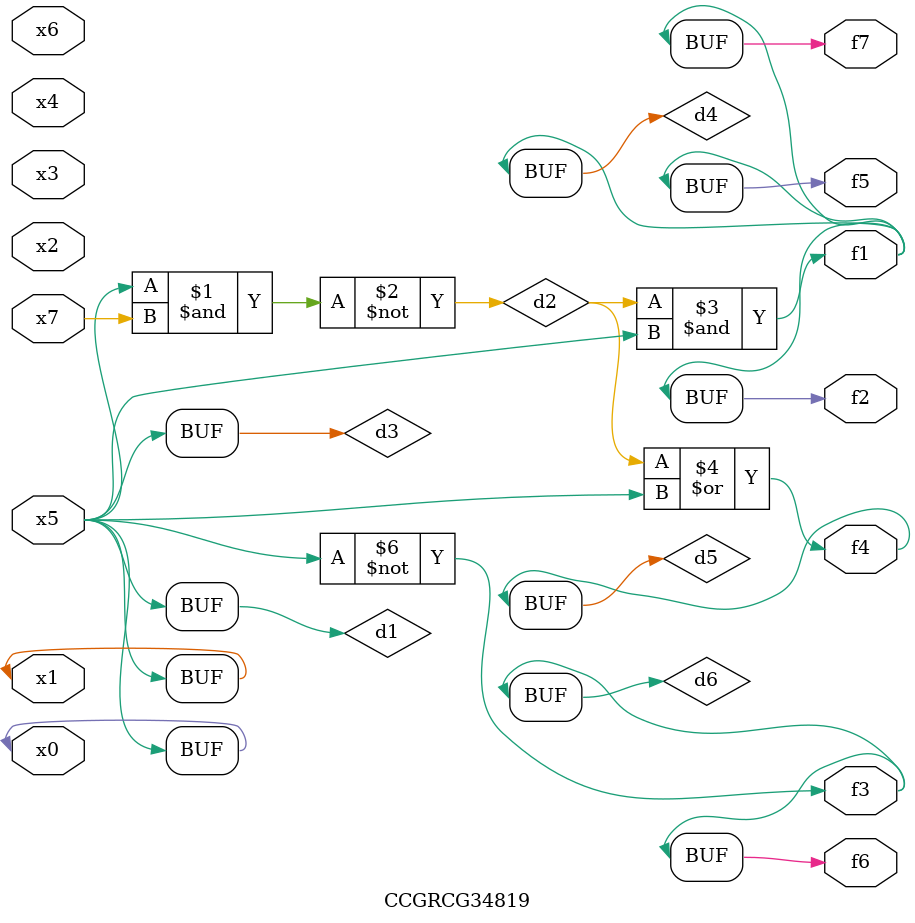
<source format=v>
module CCGRCG34819(
	input x0, x1, x2, x3, x4, x5, x6, x7,
	output f1, f2, f3, f4, f5, f6, f7
);

	wire d1, d2, d3, d4, d5, d6;

	buf (d1, x0, x5);
	nand (d2, x5, x7);
	buf (d3, x0, x1);
	and (d4, d2, d3);
	or (d5, d2, d3);
	nor (d6, d1, d3);
	assign f1 = d4;
	assign f2 = d4;
	assign f3 = d6;
	assign f4 = d5;
	assign f5 = d4;
	assign f6 = d6;
	assign f7 = d4;
endmodule

</source>
